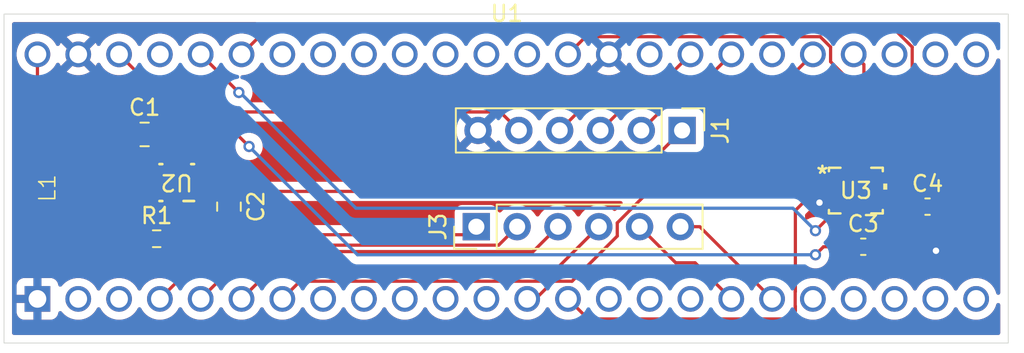
<source format=kicad_pcb>
(kicad_pcb (version 20241229) (generator "pcbnew") (generator_version "9.0")
  (layers (0 "F.Cu" signal) (2 "B.Cu" signal) (13 "F.Paste" user) (15 "B.Paste" user) (5 "F.SilkS" user "F.Silkscreen") (7 "B.SilkS" user "B.Silkscreen") (1 "F.Mask" user) (3 "B.Mask" user) (25 "Edge.Cuts" user))
  (net 0 "")
  (net 1 "5V")
  (net 2 "GND")
  (net 3 "VBAT")
  (net 4 "+3.3V")
  (net 5 "~{DRDY}")
  (net 6 "MISO")
  (net 7 "~{CS_2}")
  (net 8 "MOSI")
  (net 9 "~{CS_3}")
  (net 10 "~{CS_4}")
  (net 11 "ACLK")
  (net 12 "SCLK")
  (net 13 "~{CS_1}")
  (net 14 "Net-(U2-SW)")
  (net 15 "Net-(U2-PG)")
  (net 22 "MISO_LSM")
  (net 26 "INT2")
  (net 27 "SCLK_LSM")
  (net 40 "CS_LSM")
  (net 41 "MOSI_LSM")
  (net 43 "INT1")
  (footprint "Resistor_SMD:R_0603_1608Metric" (layer "F.Cu") (at 116 102)
    (property "Reference" "R1" (at 0 -1.43 0) (layer "F.SilkS"))
    (property "Value" "100k")
    (fp_line (start -0.237258 -0.5225) (end 0.237258 -0.5225) (stroke (width 0.12)) (layer "F.SilkS"))
    (fp_line (start -0.237258 0.5225) (end 0.237258 0.5225) (stroke (width 0.12)) (layer "F.SilkS"))
    (pad "1" smd roundrect (at -0.825 0) (size 0.8 0.95) (layers "F.Cu" "F.Mask" "F.Paste") (net 1 "5V"))
    (pad "2" smd roundrect (at 0.825 0) (size 0.8 0.95) (layers "F.Cu" "F.Mask" "F.Paste") (net 15 "Net-(U2-PG)"))
  )
  (footprint "Capacitor_SMD:C_0603_1608Metric" (layer "F.Cu") (at 159.975 102.5)
    (property "Reference" "C3" (at 0 -1.43 0) (layer "F.SilkS"))
    (property "Value" "100nF")
    (fp_line (start -0.14058 -0.51) (end 0.14058 -0.51) (stroke (width 0.12)) (layer "F.SilkS"))
    (fp_line (start -0.14058 0.51) (end 0.14058 0.51) (stroke (width 0.12)) (layer "F.SilkS"))
    (pad "1" smd roundrect (at -0.775 0) (size 0.9 0.95) (layers "F.Cu" "F.Mask" "F.Paste") (net 4 "+3.3V"))
    (pad "2" smd roundrect (at 0.775 0) (size 0.9 0.95) (layers "F.Cu" "F.Mask" "F.Paste") (net 2 "GND"))
  )
  (footprint "teensy:LCXHF3030QKT2R2MNR" (layer "F.Cu") (at 109.7 98.85 90)
    (property "Reference" "L1" (at 0 -0.5 90) (layer "F.SilkS") (effects (font (thickness 0.1))))
    (property "Value" "2.2uH")
    (pad "1" smd roundrect (at -1.3 2 90) (size 1.3 2.7) (layers "F.Cu" "F.Mask" "F.Paste") (roundrect_rratio 0.15) (net 14 "Net-(U2-SW)"))
    (pad "2" smd roundrect (at 1 2 90) (size 1.3 2.7) (layers "F.Cu" "F.Mask" "F.Paste") (roundrect_rratio 0.15) (net 1 "5V"))
  )
  (footprint "Connector_PinHeader_2.54mm:PinHeader_1x06_P2.54mm_Vertical" (layer "F.Cu") (at 148.7 95.25 -90)
    (property "Reference" "J1" (at 0 -2.38 90) (layer "F.SilkS"))
    (property "Value" "Conn_01x06_Pin")
    (fp_line (start -1.38 14.08) (end 1.38 14.08) (stroke (width 0.12)) (layer "F.SilkS"))
    (fp_line (start -1.38 1.27) (end -1.38 14.08) (stroke (width 0.12)) (layer "F.SilkS"))
    (fp_line (start -1.38 1.27) (end 1.38 1.27) (stroke (width 0.12)) (layer "F.SilkS"))
    (fp_line (start 1.38 1.27) (end 1.38 14.08) (stroke (width 0.12)) (layer "F.SilkS"))
    (fp_line (start -1.38 0) (end -1.38 -1.38) (stroke (width 0.12)) (layer "F.SilkS"))
    (fp_line (start -1.38 -1.38) (end 0 -1.38) (stroke (width 0.12)) (layer "F.SilkS"))
    (pad "1" thru_hole rect (at 0 0 270) (size 1.7 1.7) (drill 1) (layers "*.Cu" "*.Mask") (net 3 "VBAT"))
    (pad "2" thru_hole circle (at 0 2.54 270) (size 1.7 1.7) (drill 1) (layers "*.Cu" "*.Mask") (net 11 "ACLK"))
    (pad "3" thru_hole circle (at 0 5.08 270) (size 1.7 1.7) (drill 1) (layers "*.Cu" "*.Mask") (net 6 "MISO"))
    (pad "4" thru_hole circle (at 0 7.62 270) (size 1.7 1.7) (drill 1) (layers "*.Cu" "*.Mask") (net 5 "~{DRDY}"))
    (pad "5" thru_hole circle (at 0 10.16 270) (size 1.7 1.7) (drill 1) (layers "*.Cu" "*.Mask") (net 4 "+3.3V"))
    (pad "6" thru_hole circle (at 0 12.7 270) (size 1.7 1.7) (drill 1) (layers "*.Cu" "*.Mask") (net 2 "GND"))
  )
  (footprint "Capacitor_SMD:C_0805_2012Metric" (layer "F.Cu") (at 115.25 95.5)
    (property "Reference" "C1" (at 0 -1.68 0) (layer "F.SilkS"))
    (property "Value" "22uF")
    (fp_line (start -0.261252 -0.735) (end 0.261252 -0.735) (stroke (width 0.12)) (layer "F.SilkS"))
    (fp_line (start -0.261252 0.735) (end 0.261252 0.735) (stroke (width 0.12)) (layer "F.SilkS"))
    (pad "1" smd roundrect (at -0.95 0) (size 1 1.45) (layers "F.Cu" "F.Mask" "F.Paste") (net 1 "5V"))
    (pad "2" smd roundrect (at 0.95 0) (size 1 1.45) (layers "F.Cu" "F.Mask" "F.Paste") (net 2 "GND"))
  )
  (footprint "Capacitor_SMD:C_0805_2012Metric" (layer "F.Cu") (at 120.5 100 -90)
    (property "Reference" "C2" (at 0 -1.68 90) (layer "F.SilkS"))
    (property "Value" "10uF")
    (fp_line (start -0.261252 0.735) (end 0.261252 0.735) (stroke (width 0.12)) (layer "F.SilkS"))
    (fp_line (start -0.261252 -0.735) (end 0.261252 -0.735) (stroke (width 0.12)) (layer "F.SilkS"))
    (pad "1" smd roundrect (at -0.95 0 270) (size 1 1.45) (layers "F.Cu" "F.Mask" "F.Paste") (net 3 "VBAT"))
    (pad "2" smd roundrect (at 0.95 0 270) (size 1 1.45) (layers "F.Cu" "F.Mask" "F.Paste") (net 2 "GND"))
  )
  (footprint "Capacitor_SMD:C_0603_1608Metric" (layer "F.Cu") (at 163.975 100)
    (property "Reference" "C4" (at 0 -1.43 0) (layer "F.SilkS"))
    (property "Value" "100nF")
    (fp_line (start -0.14058 -0.51) (end 0.14058 -0.51) (stroke (width 0.12)) (layer "F.SilkS"))
    (fp_line (start -0.14058 0.51) (end 0.14058 0.51) (stroke (width 0.12)) (layer "F.SilkS"))
    (pad "1" smd roundrect (at -0.775 0) (size 0.9 0.95) (layers "F.Cu" "F.Mask" "F.Paste") (net 4 "+3.3V"))
    (pad "2" smd roundrect (at 0.775 0) (size 0.9 0.95) (layers "F.Cu" "F.Mask" "F.Paste") (net 2 "GND"))
  )
  (footprint "teensy:TPS62163" (layer "F.Cu") (at 117.25 98.499997 180)
    (property "Reference" "U2" (at 0 0 180) (layer "F.SilkS"))
    (property "Value" "TPS62163DSGR")
    (fp_line (start 0.900001 1.15) (end 1.074999 1.15) (stroke (width 0.17)) (layer "F.SilkS"))
    (fp_line (start 0.900001 -1.15) (end 1.074999 -1.15) (stroke (width 0.17)) (layer "F.SilkS"))
    (fp_line (start -1.074999 1.15) (end -0.900001 1.15) (stroke (width 0.17)) (layer "F.SilkS"))
    (fp_line (start -1.074999 -1.15) (end -0.425 -1.15) (stroke (width 0.17)) (layer "F.SilkS"))
    (pad "1" smd rect (at -0.950001 -0.750001 270) (size 0.249999 0.499999) (layers "F.Cu" "F.Mask" "F.Paste") (net 2 "GND"))
    (pad "2" smd rect (at -0.950001 -0.250002 270) (size 0.249999 0.499999) (layers "F.Cu" "F.Mask" "F.Paste") (net 3 "VBAT"))
    (pad "3" smd rect (at -0.950001 0.25 270) (size 0.249999 0.499999) (layers "F.Cu" "F.Mask" "F.Paste") (net 3 "VBAT"))
    (pad "4" smd rect (at -0.950001 0.749998 270) (size 0.249999 0.499999) (layers "F.Cu" "F.Mask" "F.Paste") (net 2 "GND"))
    (pad "5" smd rect (at 0.950001 0.749998 270) (size 0.249999 0.499999) (layers "F.Cu" "F.Mask" "F.Paste") (net 2 "GND"))
    (pad "6" smd rect (at 0.950001 0.25 270) (size 0.249999 0.499999) (layers "F.Cu" "F.Mask" "F.Paste") (net 1 "5V"))
    (pad "7" smd rect (at 0.950001 -0.250002 270) (size 0.249999 0.499999) (layers "F.Cu" "F.Mask" "F.Paste") (net 14 "Net-(U2-SW)"))
    (pad "8" smd rect (at 0.950001 -0.750001 270) (size 0.249999 0.499999) (layers "F.Cu" "F.Mask" "F.Paste") (net 15 "Net-(U2-PG)"))
    (pad "9" smd rect (at 0 -0.000003 180) (size 0.900001 1.599999) (layers "F.Cu" "F.Mask" "F.Paste") (net 2 "GND"))
  )
  (footprint "Connector_PinHeader_2.54mm:PinHeader_1x06_P2.54mm_Vertical" (layer "F.Cu") (at 135.895 101.25 90)
    (property "Reference" "J3" (at 0 -2.38 90) (layer "F.SilkS"))
    (property "Value" "Conn_01x06_Pin")
    (fp_line (start -1.38 -1.38) (end 0 -1.38) (stroke (width 0.12)) (layer "F.SilkS"))
    (fp_line (start -1.38 0) (end -1.38 -1.38) (stroke (width 0.12)) (layer "F.SilkS"))
    (fp_line (start 1.38 1.27) (end 1.38 14.08) (stroke (width 0.12)) (layer "F.SilkS"))
    (fp_line (start -1.38 1.27) (end 1.38 1.27) (stroke (width 0.12)) (layer "F.SilkS"))
    (fp_line (start -1.38 1.27) (end -1.38 14.08) (stroke (width 0.12)) (layer "F.SilkS"))
    (fp_line (start -1.38 14.08) (end 1.38 14.08) (stroke (width 0.12)) (layer "F.SilkS"))
    (pad "1" thru_hole rect (at 0 0 90) (size 1.7 1.7) (drill 1) (layers "*.Cu" "*.Mask") (net 13 "~{CS_1}"))
    (pad "2" thru_hole circle (at 0 2.54 90) (size 1.7 1.7) (drill 1) (layers "*.Cu" "*.Mask") (net 7 "~{CS_2}"))
    (pad "3" thru_hole circle (at 0 5.08 90) (size 1.7 1.7) (drill 1) (layers "*.Cu" "*.Mask") (net 9 "~{CS_3}"))
    (pad "4" thru_hole circle (at 0 7.62 90) (size 1.7 1.7) (drill 1) (layers "*.Cu" "*.Mask") (net 10 "~{CS_4}"))
    (pad "5" thru_hole circle (at 0 10.16 90) (size 1.7 1.7) (drill 1) (layers "*.Cu" "*.Mask") (net 8 "MOSI"))
    (pad "6" thru_hole circle (at 0 12.7 90) (size 1.7 1.7) (drill 1) (layers "*.Cu" "*.Mask") (net 12 "SCLK"))
  )
  (footprint "teensy:Teensy41" (layer "F.Cu") (at 137.79 98.13)
    (property "Reference" "U1" (at 0 -10.16 0) (layer "F.SilkS"))
    (property "Value" "Teensy4.1")
    (pad "1" thru_hole rect (at -29.21 7.62) (size 1.6 1.6) (drill 1.1) (layers "*.Cu" "*.Mask") (net 2 "GND"))
    (pad "2" thru_hole circle (at -26.67 7.62) (size 1.6 1.6) (drill 1.1) (layers "*.Cu" "*.Mask"))
    (pad "3" thru_hole circle (at -24.13 7.62) (size 1.6 1.6) (drill 1.1) (layers "*.Cu" "*.Mask"))
    (pad "4" thru_hole circle (at -21.59 7.62) (size 1.6 1.6) (drill 1.1) (layers "*.Cu" "*.Mask") (net 13 "~{CS_1}"))
    (pad "5" thru_hole circle (at -19.05 7.62) (size 1.6 1.6) (drill 1.1) (layers "*.Cu" "*.Mask") (net 7 "~{CS_2}"))
    (pad "6" thru_hole circle (at -16.51 7.62) (size 1.6 1.6) (drill 1.1) (layers "*.Cu" "*.Mask") (net 9 "~{CS_3}"))
    (pad "7" thru_hole circle (at -13.97 7.62) (size 1.6 1.6) (drill 1.1) (layers "*.Cu" "*.Mask") (net 10 "~{CS_4}"))
    (pad "8" thru_hole circle (at -11.43 7.62) (size 1.6 1.6) (drill 1.1) (layers "*.Cu" "*.Mask"))
    (pad "9" thru_hole circle (at -8.89 7.62) (size 1.6 1.6) (drill 1.1) (layers "*.Cu" "*.Mask"))
    (pad "10" thru_hole circle (at -6.35 7.62) (size 1.6 1.6) (drill 1.1) (layers "*.Cu" "*.Mask"))
    (pad "11" thru_hole circle (at -3.81 7.62) (size 1.6 1.6) (drill 1.1) (layers "*.Cu" "*.Mask"))
    (pad "12" thru_hole circle (at -1.27 7.62) (size 1.6 1.6) (drill 1.1) (layers "*.Cu" "*.Mask"))
    (pad "13" thru_hole circle (at 1.27 7.62) (size 1.6 1.6) (drill 1.1) (layers "*.Cu" "*.Mask") (net 41 "MOSI_LSM"))
    (pad "14" thru_hole circle (at 3.81 7.62) (size 1.6 1.6) (drill 1.1) (layers "*.Cu" "*.Mask") (net 22 "MISO_LSM"))
    (pad "15" thru_hole circle (at 6.35 7.62) (size 1.6 1.6) (drill 1.1) (layers "*.Cu" "*.Mask"))
    (pad "16" thru_hole circle (at 8.89 7.62) (size 1.6 1.6) (drill 1.1) (layers "*.Cu" "*.Mask"))
    (pad "17" thru_hole circle (at 11.43 7.62) (size 1.6 1.6) (drill 1.1) (layers "*.Cu" "*.Mask"))
    (pad "18" thru_hole circle (at 13.97 7.62) (size 1.6 1.6) (drill 1.1) (layers "*.Cu" "*.Mask") (net 8 "MOSI"))
    (pad "19" thru_hole circle (at 16.51 7.62) (size 1.6 1.6) (drill 1.1) (layers "*.Cu" "*.Mask") (net 12 "SCLK"))
    (pad "20" thru_hole circle (at 19.05 7.62) (size 1.6 1.6) (drill 1.1) (layers "*.Cu" "*.Mask"))
    (pad "21" thru_hole circle (at 21.59 7.62) (size 1.6 1.6) (drill 1.1) (layers "*.Cu" "*.Mask"))
    (pad "22" thru_hole circle (at 24.13 7.62) (size 1.6 1.6) (drill 1.1) (layers "*.Cu" "*.Mask"))
    (pad "23" thru_hole circle (at 26.67 7.62) (size 1.6 1.6) (drill 1.1) (layers "*.Cu" "*.Mask"))
    (pad "24" thru_hole circle (at 29.21 7.62) (size 1.6 1.6) (drill 1.1) (layers "*.Cu" "*.Mask"))
    (pad "25" thru_hole circle (at 29.21 -7.62) (size 1.6 1.6) (drill 1.1) (layers "*.Cu" "*.Mask"))
    (pad "26" thru_hole circle (at 26.67 -7.62) (size 1.6 1.6) (drill 1.1) (layers "*.Cu" "*.Mask"))
    (pad "27" thru_hole circle (at 24.13 -7.62) (size 1.6 1.6) (drill 1.1) (layers "*.Cu" "*.Mask"))
    (pad "28" thru_hole circle (at 21.59 -7.62) (size 1.6 1.6) (drill 1.1) (layers "*.Cu" "*.Mask") (net 40 "CS_LSM"))
    (pad "29" thru_hole circle (at 19.05 -7.62) (size 1.6 1.6) (drill 1.1) (layers "*.Cu" "*.Mask") (net 11 "ACLK"))
    (pad "30" thru_hole circle (at 16.51 -7.62) (size 1.6 1.6) (drill 1.1) (layers "*.Cu" "*.Mask"))
    (pad "31" thru_hole circle (at 13.97 -7.62) (size 1.6 1.6) (drill 1.1) (layers "*.Cu" "*.Mask") (net 6 "MISO"))
    (pad "32" thru_hole circle (at 11.43 -7.62) (size 1.6 1.6) (drill 1.1) (layers "*.Cu" "*.Mask") (net 5 "~{DRDY}"))
    (pad "33" thru_hole circle (at 8.89 -7.62) (size 1.6 1.6) (drill 1.1) (layers "*.Cu" "*.Mask"))
    (pad "34" thru_hole circle (at 6.35 -7.62) (size 1.6 1.6) (drill 1.1) (layers "*.Cu" "*.Mask") (net 2 "GND"))
    (pad "35" thru_hole circle (at 3.81 -7.62) (size 1.6 1.6) (drill 1.1) (layers "*.Cu" "*.Mask") (net 27 "SCLK_LSM"))
    (pad "36" thru_hole circle (at 1.27 -7.62) (size 1.6 1.6) (drill 1.1) (layers "*.Cu" "*.Mask"))
    (pad "37" thru_hole circle (at -1.27 -7.62) (size 1.6 1.6) (drill 1.1) (layers "*.Cu" "*.Mask"))
    (pad "38" thru_hole circle (at -3.81 -7.62) (size 1.6 1.6) (drill 1.1) (layers "*.Cu" "*.Mask"))
    (pad "39" thru_hole circle (at -6.35 -7.62) (size 1.6 1.6) (drill 1.1) (layers "*.Cu" "*.Mask"))
    (pad "40" thru_hole circle (at -8.89 -7.62) (size 1.6 1.6) (drill 1.1) (layers "*.Cu" "*.Mask"))
    (pad "41" thru_hole circle (at -11.43 -7.62) (size 1.6 1.6) (drill 1.1) (layers "*.Cu" "*.Mask"))
    (pad "42" thru_hole circle (at -13.97 -7.62) (size 1.6 1.6) (drill 1.1) (layers "*.Cu" "*.Mask"))
    (pad "43" thru_hole circle (at -16.51 -7.62) (size 1.6 1.6) (drill 1.1) (layers "*.Cu" "*.Mask") (net 26 "INT2"))
    (pad "44" thru_hole circle (at -19.05 -7.62) (size 1.6 1.6) (drill 1.1) (layers "*.Cu" "*.Mask") (net 43 "INT1"))
    (pad "45" thru_hole circle (at -21.59 -7.62) (size 1.6 1.6) (drill 1.1) (layers "*.Cu" "*.Mask"))
    (pad "46" thru_hole circle (at -24.13 -7.62) (size 1.6 1.6) (drill 1.1) (layers "*.Cu" "*.Mask") (net 4 "+3.3V"))
    (pad "47" thru_hole circle (at -26.67 -7.62) (size 1.6 1.6) (drill 1.1) (layers "*.Cu" "*.Mask") (net 2 "GND"))
    (pad "48" thru_hole circle (at -29.21 -7.62) (size 1.6 1.6) (drill 1.1) (layers "*.Cu" "*.Mask") (net 1 "5V"))
  )
  (footprint "teensy:LSM6DSO32" (layer "F.Cu") (at 159.5147 99)
    (property "Reference" "U3" (at 0 0 0) (layer "F.SilkS"))
    (property "Value" "LSM6DSO32TR")
    (fp_line (start -1.6764 -1.4224) (end -1.6764 -1.207015) (stroke (width 0.1524)) (layer "F.SilkS"))
    (fp_line (start -1.6764 1.207015) (end -1.6764 1.4224) (stroke (width 0.1524)) (layer "F.SilkS"))
    (fp_line (start -1.6764 1.4224) (end -0.957013 1.4224) (stroke (width 0.1524)) (layer "F.SilkS"))
    (fp_line (start -0.957013 -1.4224) (end -1.6764 -1.4224) (stroke (width 0.1524)) (layer "F.SilkS"))
    (fp_line (start 0.957013 1.4224) (end 1.6764 1.4224) (stroke (width 0.1524)) (layer "F.SilkS"))
    (fp_line (start 1.6764 -1.4224) (end 0.957013 -1.4224) (stroke (width 0.1524)) (layer "F.SilkS"))
    (fp_line (start 1.6764 -1.207015) (end 1.6764 -1.4224) (stroke (width 0.1524)) (layer "F.SilkS"))
    (fp_line (start 1.6764 1.4224) (end 1.6764 1.207015) (stroke (width 0.1524)) (layer "F.SilkS"))
    (fp_poly (pts (xy 1.9558 -0.4405) (xy 1.9558 -0.059499) (xy 1.7018 -0.059499) (xy 1.7018 -0.4405)) (fill yes) (layer "F.SilkS"))
    (fp_text user "*" (at -2.0828 -1 0) (layer "F.SilkS"))
    (fp_text user "*" (at -2.0828 -1 0) (layer "F.SilkS"))
    (pad "1" smd rect (at -1.2103 -0.750001 90) (size 0.351536 0.57658) (layers "F.Cu" "F.Mask" "F.Paste") (net 22 "MISO_LSM") (clearance 0.1))
    (pad "2" smd rect (at -1.2103 -0.25 90) (size 0.351536 0.57658) (layers "F.Cu" "F.Mask" "F.Paste") (net 2 "GND") (clearance 0.1))
    (pad "3" smd rect (at -1.2103 0.25 90) (size 0.351536 0.57658) (layers "F.Cu" "F.Mask" "F.Paste") (net 2 "GND") (clearance 0.1))
    (pad "4" smd rect (at -1.2103 0.750001 90) (size 0.351536 0.57658) (layers "F.Cu" "F.Mask" "F.Paste") (net 43 "INT1") (clearance 0.1))
    (pad "5" smd rect (at -0.499999 0.9563) (size 0.351536 0.57658) (layers "F.Cu" "F.Mask" "F.Paste") (net 4 "+3.3V") (clearance 0.1))
    (pad "6" smd rect (at 0 0.9563) (size 0.351536 0.57658) (layers "F.Cu" "F.Mask" "F.Paste") (net 2 "GND") (clearance 0.1))
    (pad "7" smd rect (at 0.499999 0.9563) (size 0.351536 0.57658) (layers "F.Cu" "F.Mask" "F.Paste") (net 2 "GND") (clearance 0.1))
    (pad "8" smd rect (at 1.2103 0.750001 90) (size 0.351536 0.57658) (layers "F.Cu" "F.Mask" "F.Paste") (net 4 "+3.3V") (clearance 0.1))
    (pad "9" smd rect (at 1.2103 0.25 90) (size 0.351536 0.57658) (layers "F.Cu" "F.Mask" "F.Paste") (net 26 "INT2") (clearance 0.1))
    (pad "10" smd rect (at 1.2103 -0.25 90) (size 0.351536 0.57658) (layers "F.Cu" "F.Mask" "F.Paste") (clearance 0.1))
    (pad "11" smd rect (at 1.2103 -0.750001 90) (size 0.351536 0.57658) (layers "F.Cu" "F.Mask" "F.Paste") (clearance 0.1))
    (pad "12" smd rect (at 0.499999 -0.9563) (size 0.351536 0.57658) (layers "F.Cu" "F.Mask" "F.Paste") (net 40 "CS_LSM") (clearance 0.1))
    (pad "13" smd rect (at 0 -0.9563) (size 0.351536 0.57658) (layers "F.Cu" "F.Mask" "F.Paste") (net 27 "SCLK_LSM") (clearance 0.1))
    (pad "14" smd rect (at -0.499999 -0.9563) (size 0.351536 0.57658) (layers "F.Cu" "F.Mask" "F.Paste") (net 41 "MOSI_LSM") (clearance 0.1))
  )
  (gr_rect (start 106.5 88) (end 169 108.5) (stroke (width 0.05)) (fill no) (layer "Edge.Cuts"))
  (segment (start 115.75 98.249997) (end 116.299999 98.249997) (width 0.2) (layer "F.Cu") (net 1))
  (segment (start 112.099997 98.249997) (end 111.7 97.85) (width 0.2) (layer "F.Cu") (net 1))
  (segment (start 110.350001 97.85) (end 111.7 97.85) (width 0.2) (layer "F.Cu") (net 1))
  (segment (start 110.049 100.815854) (end 110.049 98.151001) (width 0.2) (layer "F.Cu") (net 1))
  (segment (start 111.7 97.7) (end 108.58 94.58) (width 0.2) (layer "F.Cu") (net 1))
  (segment (start 110.049 98.151001) (end 110.350001 97.85) (width 0.2) (layer "F.Cu") (net 1))
  (segment (start 114.3 96.799997) (end 115.75 98.249997) (width 0.2) (layer "F.Cu") (net 1))
  (segment (start 114.3 95.5) (end 114.3 96.799997) (width 0.2) (layer "F.Cu") (net 1))
  (segment (start 108.58 94.58) (end 108.58 90.51) (width 0.2) (layer "F.Cu") (net 1))
  (segment (start 115.175 102) (end 111.233146 102) (width 0.2) (layer "F.Cu") (net 1))
  (segment (start 111.7 97.85) (end 111.7 97.7) (width 0.2) (layer "F.Cu") (net 1))
  (segment (start 111.233146 102) (end 110.049 100.815854) (width 0.2) (layer "F.Cu") (net 1))
  (segment (start 116.299999 98.249997) (end 112.099997 98.249997) (width 0.2) (layer "F.Cu") (net 1))
  (segment (start 157.75 99.25) (end 157.25 99.75) (width 0.2) (layer "F.Cu") (net 2))
  (segment (start 118.200001 99.950001) (end 119.2 100.95) (width 0.2) (layer "F.Cu") (net 2))
  (segment (start 158.3044 98.75) (end 158.34809 98.70631) (width 0.2) (layer "F.Cu") (net 2))
  (segment (start 158.3044 99.25) (end 157.75 99.25) (width 0.2) (layer "F.Cu") (net 2))
  (segment (start 117.25 98.223) (end 117.25 98.5) (width 0.2) (layer "F.Cu") (net 2))
  (segment (start 116.299999 95.599999) (end 116.2 95.5) (width 0.2) (layer "F.Cu") (net 2))
  (segment (start 116.299999 97.749999) (end 116.776999 97.749999) (width 0.2) (layer "F.Cu") (net 2))
  (segment (start 119.2 100.95) (end 120.5 100.95) (width 0.2) (layer "F.Cu") (net 2))
  (segment (start 158.3044 98.75) (end 158.3044 99.25) (width 0.2) (layer "F.Cu") (net 2))
  (segment (start 158.3044 99.25) (end 159.29669 99.25) (width 0.2) (layer "F.Cu") (net 2))
  (segment (start 159.29669 99.25) (end 159.5147 99.46801) (width 0.2) (layer "F.Cu") (net 2))
  (segment (start 118.200001 97.749999) (end 117.723001 97.749999) (width 0.2) (layer "F.Cu") (net 2))
  (segment (start 116.299999 97.749999) (end 116.299999 95.599999) (width 0.2) (layer "F.Cu") (net 2))
  (segment (start 158.34809 98.70631) (end 158.753 98.70631) (width 0.2) (layer "F.Cu") (net 2))
  (segment (start 118.200001 99.249998) (end 118.200001 99.950001) (width 0.2) (layer "F.Cu") (net 2))
  (segment (start 117.723001 97.749999) (end 117.25 98.223) (width 0.2) (layer "F.Cu") (net 2))
  (segment (start 159.5147 99.9563) (end 160.014699 99.9563) (width 0.2) (layer "F.Cu") (net 2))
  (segment (start 116.776999 97.749999) (end 117.25 98.223) (width 0.2) (layer "F.Cu") (net 2))
  (segment (start 159.5147 99.46801) (end 159.5147 99.9563) (width 0.2) (layer "F.Cu") (net 2))
  (segment (start 158.753 98.70631) (end 159.29669 99.25) (width 0.2) (layer "F.Cu") (net 2))
  (via (at 164.5 102.75) (size 0.7) (drill 0.4) (layers "F.Cu" "B.Cu") (net 2))
  (via (at 157.25 99.75) (size 0.7) (drill 0.4) (layers "F.Cu" "B.Cu") (net 2))
  (segment (start 120.5 99.05) (end 120.199999 98.749999) (width 0.2) (layer "F.Cu") (net 3))
  (segment (start 144.9 99.05) (end 120.5 99.05) (width 0.2) (layer "F.Cu") (net 3))
  (segment (start 148.7 95.25) (end 144.9 99.05) (width 0.2) (layer "F.Cu") (net 3))
  (segment (start 120.199999 98.749999) (end 118.200001 98.749999) (width 0.2) (layer "F.Cu") (net 3))
  (segment (start 118.200001 98.249997) (end 118.200001 98.749999) (width 0.2) (layer "F.Cu") (net 3))
  (segment (start 160.725 100.312057) (end 160.725 99.750001) (width 0.2) (layer "F.Cu") (net 4))
  (segment (start 160.725 99.750001) (end 162.950001 99.750001) (width 0.2) (layer "F.Cu") (net 4))
  (segment (start 159.2 100.725) (end 160.312057 100.725) (width 0.2) (layer "F.Cu") (net 4))
  (segment (start 119.599 94.099) (end 119.25 94.099) (width 0.2) (layer "F.Cu") (net 4))
  (segment (start 117.249 94.099) (end 113.66 90.51) (width 0.2) (layer "F.Cu") (net 4))
  (segment (start 121.75 96.25) (end 119.599 94.099) (width 0.2) (layer "F.Cu") (net 4))
  (segment (start 157.5 102.5) (end 157 103) (width 0.2) (layer "F.Cu") (net 4))
  (segment (start 119.25 94.099) (end 117.249 94.099) (width 0.2) (layer "F.Cu") (net 4))
  (segment (start 137.389 94.099) (end 119.25 94.099) (width 0.2) (layer "F.Cu") (net 4))
  (segment (start 159.2 100.725) (end 159.2 102.5) (width 0.2) (layer "F.Cu") (net 4))
  (segment (start 162.950001 99.750001) (end 163.2 100) (width 0.2) (layer "F.Cu") (net 4))
  (segment (start 159.014701 100.539701) (end 159.2 100.725) (width 0.2) (layer "F.Cu") (net 4))
  (segment (start 160.312057 100.725) (end 160.725 100.312057) (width 0.2) (layer "F.Cu") (net 4))
  (segment (start 159.2 102.5) (end 157.5 102.5) (width 0.2) (layer "F.Cu") (net 4))
  (segment (start 159.014701 99.9563) (end 159.014701 100.539701) (width 0.2) (layer "F.Cu") (net 4))
  (segment (start 138.54 95.25) (end 137.389 94.099) (width 0.2) (layer "F.Cu") (net 4))
  (via (at 157 103) (size 0.7) (drill 0.4) (layers "F.Cu" "B.Cu") (net 4))
  (via (at 121.75 96.25) (size 0.7) (drill 0.4) (layers "F.Cu" "B.Cu") (net 4))
  (segment (start 128.5 103) (end 121.75 96.25) (width 0.2) (layer "B.Cu") (net 4))
  (segment (start 157 103) (end 128.5 103) (width 0.2) (layer "B.Cu") (net 4))
  (segment (start 141.08 95.25) (end 143.382 92.948) (width 0.2) (layer "F.Cu") (net 5))
  (segment (start 146.782 92.948) (end 149.22 90.51) (width 0.2) (layer "F.Cu") (net 5))
  (segment (start 143.382 92.948) (end 146.782 92.948) (width 0.2) (layer "F.Cu") (net 5))
  (segment (start 145.521 93.349) (end 148.921 93.349) (width 0.2) (layer "F.Cu") (net 6))
  (segment (start 143.62 95.25) (end 145.521 93.349) (width 0.2) (layer "F.Cu") (net 6))
  (segment (start 148.921 93.349) (end 151.76 90.51) (width 0.2) (layer "F.Cu") (net 6))
  (segment (start 122.089 102.401) (end 118.74 105.75) (width 0.2) (layer "F.Cu") (net 7))
  (segment (start 138.435 101.25) (end 137.284 102.401) (width 0.2) (layer "F.Cu") (net 7))
  (segment (start 137.284 102.401) (end 122.089 102.401) (width 0.2) (layer "F.Cu") (net 7))
  (segment (start 149.51 103.5) (end 151.76 105.75) (width 0.2) (layer "F.Cu") (net 8))
  (segment (start 146.055 101.25) (end 148.305 103.5) (width 0.2) (layer "F.Cu") (net 8))
  (segment (start 148.305 103.5) (end 149.51 103.5) (width 0.2) (layer "F.Cu") (net 8))
  (segment (start 124.228 102.802) (end 121.28 105.75) (width 0.2) (layer "F.Cu") (net 9))
  (segment (start 139.423 102.802) (end 124.228 102.802) (width 0.2) (layer "F.Cu") (net 9))
  (segment (start 140.975 101.25) (end 139.423 102.802) (width 0.2) (layer "F.Cu") (net 9))
  (segment (start 140.116 104.649) (end 124.921 104.649) (width 0.2) (layer "F.Cu") (net 10))
  (segment (start 124.921 104.649) (end 123.82 105.75) (width 0.2) (layer "F.Cu") (net 10))
  (segment (start 143.515 101.25) (end 140.116 104.649) (width 0.2) (layer "F.Cu") (net 10))
  (segment (start 146.16 95.25) (end 147.66 93.75) (width 0.2) (layer "F.Cu") (net 11))
  (segment (start 153.6 93.75) (end 156.84 90.51) (width 0.2) (layer "F.Cu") (net 11))
  (segment (start 147.66 93.75) (end 153.6 93.75) (width 0.2) (layer "F.Cu") (net 11))
  (segment (start 149.8 101.25) (end 154.3 105.75) (width 0.2) (layer "F.Cu") (net 12))
  (segment (start 148.595 101.25) (end 149.8 101.25) (width 0.2) (layer "F.Cu") (net 12))
  (segment (start 135.895 101.25) (end 135.394 101.751) (width 0.2) (layer "F.Cu") (net 13))
  (segment (start 120.199 101.751) (end 116.2 105.75) (width 0.2) (layer "F.Cu") (net 13))
  (segment (start 135.394 101.751) (end 120.199 101.751) (width 0.2) (layer "F.Cu") (net 13))
  (segment (start 114.35 100.15) (end 115.750001 98.749999) (width 0.2) (layer "F.Cu") (net 14))
  (segment (start 111.7 100.15) (end 114.35 100.15) (width 0.2) (layer "F.Cu") (net 14))
  (segment (start 115.750001 98.749999) (end 116.299999 98.749999) (width 0.2) (layer "F.Cu") (net 14))
  (segment (start 116.299999 99.249998) (end 116.299999 101.474999) (width 0.2) (layer "F.Cu") (net 15))
  (segment (start 116.299999 101.474999) (end 116.825 102) (width 0.2) (layer "F.Cu") (net 15))
  (segment (start 158.3044 98.249999) (end 157.738343 98.249999) (width 0.2) (layer "F.Cu") (net 22))
  (segment (start 155.75 105.28295) (end 155.739 105.29395) (width 0.2) (layer "F.Cu") (net 22))
  (segment (start 155.739 105.29395) (end 155.739 106.20605) (width 0.2) (layer "F.Cu") (net 22))
  (segment (start 155.75 100.238342) (end 155.75 105.28295) (width 0.2) (layer "F.Cu") (net 22))
  (segment (start 155.75 106.5) (end 155.25 107) (width 0.2) (layer "F.Cu") (net 22))
  (segment (start 155.75 106.21705) (end 155.75 106.5) (width 0.2) (layer "F.Cu") (net 22))
  (segment (start 142.85 107) (end 141.6 105.75) (width 0.2) (layer "F.Cu") (net 22))
  (segment (start 157.738343 98.249999) (end 155.75 100.238342) (width 0.2) (layer "F.Cu") (net 22))
  (segment (start 155.739 106.20605) (end 155.75 106.21705) (width 0.2) (layer "F.Cu") (net 22))
  (segment (start 155.25 107) (end 142.85 107) (width 0.2) (layer "F.Cu") (net 22))
  (segment (start 160.725 99.25) (end 161.291058 99.25) (width 0.2) (layer "F.Cu") (net 26))
  (segment (start 163.021 97.520058) (end 163.021 90.05395) (width 0.2) (layer "F.Cu") (net 26))
  (segment (start 163.021 90.05395) (end 161.97505 89.008) (width 0.2) (layer "F.Cu") (net 26))
  (segment (start 161.97505 89.008) (end 122.782 89.008) (width 0.2) (layer "F.Cu") (net 26))
  (segment (start 122.782 89.008) (end 121.28 90.51) (width 0.2) (layer "F.Cu") (net 26))
  (segment (start 161.291058 99.25) (end 163.021 97.520058) (width 0.2) (layer "F.Cu") (net 26))
  (segment (start 142.701 89.409) (end 141.6 90.51) (width 0.2) (layer "F.Cu") (net 27))
  (segment (start 159.5147 98.0437) (end 159.5147 92.53975) (width 0.2) (layer "F.Cu") (net 27))
  (segment (start 159.5147 92.53975) (end 157.941 90.96605) (width 0.2) (layer "F.Cu") (net 27))
  (segment (start 157.941 90.05395) (end 157.29605 89.409) (width 0.2) (layer "F.Cu") (net 27))
  (segment (start 157.29605 89.409) (end 142.701 89.409) (width 0.2) (layer "F.Cu") (net 27))
  (segment (start 157.941 90.96605) (end 157.941 90.05395) (width 0.2) (layer "F.Cu") (net 27))
  (segment (start 160.014699 91.144699) (end 159.38 90.51) (width 0.2) (layer "F.Cu") (net 40))
  (segment (start 160.014699 98.0437) (end 160.014699 91.144699) (width 0.2) (layer "F.Cu") (net 40))
  (segment (start 159.014701 98.0437) (end 158.471001 97.5) (width 0.2) (layer "F.Cu") (net 41))
  (segment (start 144.666 101.834) (end 141.851 104.649) (width 0.2) (layer "F.Cu") (net 41))
  (segment (start 141.851 104.649) (end 140.6831 104.649) (width 0.2) (layer "F.Cu") (net 41))
  (segment (start 139.5821 105.75) (end 139.06 105.75) (width 0.2) (layer "F.Cu") (net 41))
  (segment (start 140.6831 104.649) (end 139.5821 105.75) (width 0.2) (layer "F.Cu") (net 41))
  (segment (start 144.666 101.01124) (end 144.666 101.834) (width 0.2) (layer "F.Cu") (net 41))
  (segment (start 148.17724 97.5) (end 144.666 101.01124) (width 0.2) (layer "F.Cu") (net 41))
  (segment (start 158.471001 97.5) (end 148.17724 97.5) (width 0.2) (layer "F.Cu") (net 41))
  (segment (start 158.3044 100.1956) (end 157 101.5) (width 0.2) (layer "F.Cu") (net 43))
  (segment (start 158.3044 99.750001) (end 158.3044 100.1956) (width 0.2) (layer "F.Cu") (net 43))
  (segment (start 121.115 92.885) (end 118.74 90.51) (width 0.2) (layer "F.Cu") (net 43))
  (via (at 121.115 92.885) (size 0.7) (drill 0.4) (layers "F.Cu" "B.Cu") (net 43))
  (via (at 157 101.5) (size 0.7) (drill 0.4) (layers "F.Cu" "B.Cu") (net 43))
  (segment (start 121.186 92.885) (end 128.4 100.099) (width 0.2) (layer "B.Cu") (net 43))
  (segment (start 121.115 92.885) (end 121.186 92.885) (width 0.2) (layer "B.Cu") (net 43))
  (segment (start 128.4 100.099) (end 155.599 100.099) (width 0.2) (layer "B.Cu") (net 43))
  (segment (start 155.599 100.099) (end 157 101.5) (width 0.2) (layer "B.Cu") (net 43))
  (zone (net 2) (net_name "GND") (layers "F.Cu" "B.Cu") (connect_pads (clearance 0.5)) (min_thickness 0.25) (fill yes (thermal_gap 0.5) (thermal_bridge_width 0.5))
    (polygon (pts (xy 106.25 87.75) (xy 106.25 109) (xy 169.75 109) (xy 170 87.25)))
  )
)
</source>
